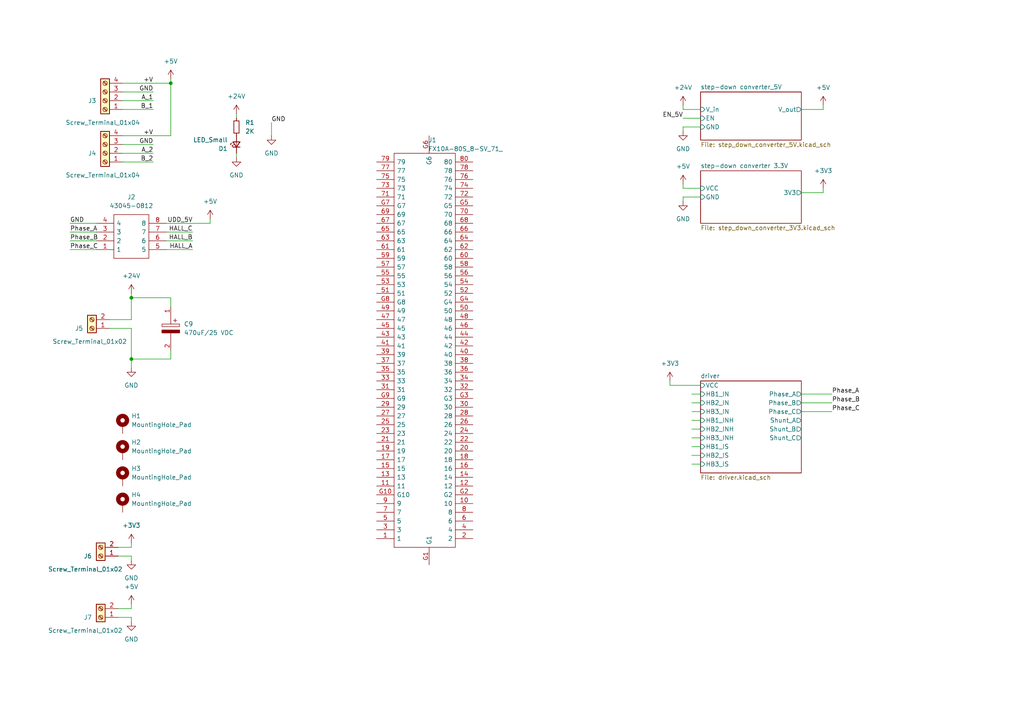
<source format=kicad_sch>
(kicad_sch (version 20211123) (generator eeschema)
  (paper "A4")
  (lib_symbols
    (symbol "Connector:Screw_Terminal_01x02" (pin_names (offset 1.016) hide)
      (property "Reference" "J" (at 0 2.54 0))
      (property "Value" "Screw_Terminal_01x02" (at 0 -5.08 0))
      (symbol "Screw_Terminal_01x02_1_1"
        (rectangle (start -1.27 1.27) (end 1.27 -3.81) (stroke (width 0.254)) (fill (type background)))
        (circle (center 0 -2.54) (radius 0.635) (stroke (width 0.1524)))
        (polyline (pts (xy -0.5334 -2.2098) (xy 0.3302 -3.048)) (stroke (width 0.1524)))
        (polyline (pts (xy -0.5334 0.3302) (xy 0.3302 -0.508)) (stroke (width 0.1524)))
        (polyline (pts (xy -0.3556 -2.032) (xy 0.508 -2.8702)) (stroke (width 0.1524)))
        (polyline (pts (xy -0.3556 0.508) (xy 0.508 -0.3302)) (stroke (width 0.1524)))
        (circle (center 0 0) (radius 0.635) (stroke (width 0.1524)))
        (pin passive line (at -5.08 0 0) (length 3.81) (name "Pin_1") (number "1"))
        (pin passive line (at -5.08 -2.54 0) (length 3.81) (name "Pin_2") (number "2"))
      )
    )
    (symbol "Connector:Screw_Terminal_01x04" (pin_names (offset 1.016) hide)
      (property "Reference" "J" (at 0 5.08 0))
      (property "Value" "Screw_Terminal_01x04" (at 0 -7.62 0))
      (symbol "Screw_Terminal_01x04_1_1"
        (rectangle (start -1.27 3.81) (end 1.27 -6.35) (stroke (width 0.254)) (fill (type background)))
        (circle (center 0 -5.08) (radius 0.635) (stroke (width 0.1524)))
        (circle (center 0 -2.54) (radius 0.635) (stroke (width 0.1524)))
        (polyline (pts (xy -0.5334 -4.7498) (xy 0.3302 -5.588)) (stroke (width 0.1524)))
        (polyline (pts (xy -0.5334 -2.2098) (xy 0.3302 -3.048)) (stroke (width 0.1524)))
        (polyline (pts (xy -0.5334 0.3302) (xy 0.3302 -0.508)) (stroke (width 0.1524)))
        (polyline (pts (xy -0.5334 2.8702) (xy 0.3302 2.032)) (stroke (width 0.1524)))
        (polyline (pts (xy -0.3556 -4.572) (xy 0.508 -5.4102)) (stroke (width 0.1524)))
        (polyline (pts (xy -0.3556 -2.032) (xy 0.508 -2.8702)) (stroke (width 0.1524)))
        (polyline (pts (xy -0.3556 0.508) (xy 0.508 -0.3302)) (stroke (width 0.1524)))
        (polyline (pts (xy -0.3556 3.048) (xy 0.508 2.2098)) (stroke (width 0.1524)))
        (circle (center 0 0) (radius 0.635) (stroke (width 0.1524)))
        (circle (center 0 2.54) (radius 0.635) (stroke (width 0.1524)))
        (pin passive line (at -5.08 2.54 0) (length 3.81) (name "Pin_1") (number "1"))
        (pin passive line (at -5.08 0 0) (length 3.81) (name "Pin_2") (number "2"))
        (pin passive line (at -5.08 -2.54 0) (length 3.81) (name "Pin_3") (number "3"))
        (pin passive line (at -5.08 -5.08 0) (length 3.81) (name "Pin_4") (number "4"))
      )
    )
    (symbol "CustomLib:43045-0812" (pin_names (offset 0.762))
      (property "Reference" "J" (at 16.51 7.62 0))
      (property "Value" "43045-0812" (at 16.51 5.08 0))
      (symbol "43045-0812_0_0"
        (pin passive line (at 0 -7.62 0) (length 5.08) (name "1") (number "1"))
        (pin passive line (at 0 -5.08 0) (length 5.08) (name "2") (number "2"))
        (pin passive line (at 0 -2.54 0) (length 5.08) (name "3") (number "3"))
        (pin passive line (at 0 0 0) (length 5.08) (name "4") (number "4"))
        (pin passive line (at 20.32 -7.62 180) (length 5.08) (name "5") (number "5"))
        (pin passive line (at 20.32 -5.08 180) (length 5.08) (name "6") (number "6"))
        (pin passive line (at 20.32 -2.54 180) (length 5.08) (name "7") (number "7"))
        (pin passive line (at 20.32 0 180) (length 5.08) (name "8") (number "8"))
      )
      (symbol "43045-0812_0_1"
        (polyline (pts (xy 5.08 2.54) (xy 15.24 2.54) (xy 15.24 -10.16) (xy 5.08 -10.16) (xy 5.08 2.54)) (stroke (width 0.1524)))
      )
    )
    (symbol "CustomLib:865080457015" (pin_names (offset 0.762))
      (property "Reference" "C" (at 8.89 6.35 0))
      (property "Value" "865080457015" (at 8.89 3.81 0))
      (symbol "865080457015_0_0"
        (pin passive line (at 0 0 0) (length 2.54) (name "~") (number "1"))
        (pin passive line (at 12.7 0 180) (length 2.54) (name "~") (number "2"))
      )
      (symbol "865080457015_0_1"
        (polyline (pts (xy 2.54 0) (xy 5.08 0)) (stroke (width 0.1524)))
        (polyline (pts (xy 4.064 1.778) (xy 4.064 0.762)) (stroke (width 0.1524)))
        (polyline (pts (xy 4.572 1.27) (xy 3.556 1.27)) (stroke (width 0.1524)))
        (polyline (pts (xy 7.62 0) (xy 10.16 0)) (stroke (width 0.1524)))
        (polyline (pts (xy 5.08 2.54) (xy 5.08 -2.54) (xy 5.842 -2.54) (xy 5.842 2.54) (xy 5.08 2.54)) (stroke (width 0.1524)))
        (polyline (pts (xy 7.62 2.54) (xy 7.62 -2.54) (xy 6.858 -2.54) (xy 6.858 2.54) (xy 7.62 2.54)) (stroke (width 0.254)) (fill (type outline)))
      )
    )
    (symbol "CustomLib:FX10A-80S_8-SV_71_" (pin_names (offset 0.762))
      (property "Reference" "J" (at 120.65 15.24 0))
      (property "Value" "FX10A-80S_8-SV_71_" (at 120.65 12.7 0))
      (symbol "FX10A-80S_8-SV_71__0_0"
        (pin passive line (at 7.62 15.24 270) (length 5.08) (name "1") (number "1"))
        (pin passive line (at 17.78 -12.7 90) (length 5.08) (name "10") (number "10"))
        (pin passive line (at 22.86 15.24 270) (length 5.08) (name "11") (number "11"))
        (pin passive line (at 22.86 -12.7 90) (length 5.08) (name "12") (number "12"))
        (pin passive line (at 25.4 15.24 270) (length 5.08) (name "13") (number "13"))
        (pin passive line (at 25.4 -12.7 90) (length 5.08) (name "14") (number "14"))
        (pin passive line (at 27.94 15.24 270) (length 5.08) (name "15") (number "15"))
        (pin passive line (at 27.94 -12.7 90) (length 5.08) (name "16") (number "16"))
        (pin passive line (at 30.48 15.24 270) (length 5.08) (name "17") (number "17"))
        (pin passive line (at 30.48 -12.7 90) (length 5.08) (name "18") (number "18"))
        (pin passive line (at 33.02 15.24 270) (length 5.08) (name "19") (number "19"))
        (pin passive line (at 7.62 -12.7 90) (length 5.08) (name "2") (number "2"))
        (pin passive line (at 33.02 -12.7 90) (length 5.08) (name "20") (number "20"))
        (pin passive line (at 35.56 15.24 270) (length 5.08) (name "21") (number "21"))
        (pin passive line (at 35.56 -12.7 90) (length 5.08) (name "22") (number "22"))
        (pin passive line (at 38.1 15.24 270) (length 5.08) (name "23") (number "23"))
        (pin passive line (at 38.1 -12.7 90) (length 5.08) (name "24") (number "24"))
        (pin passive line (at 40.64 15.24 270) (length 5.08) (name "25") (number "25"))
        (pin passive line (at 40.64 -12.7 90) (length 5.08) (name "26") (number "26"))
        (pin passive line (at 43.18 15.24 270) (length 5.08) (name "27") (number "27"))
        (pin passive line (at 43.18 -12.7 90) (length 5.08) (name "28") (number "28"))
        (pin passive line (at 45.72 15.24 270) (length 5.08) (name "29") (number "29"))
        (pin passive line (at 10.16 15.24 270) (length 5.08) (name "3") (number "3"))
        (pin passive line (at 45.72 -12.7 90) (length 5.08) (name "30") (number "30"))
        (pin passive line (at 50.8 15.24 270) (length 5.08) (name "31") (number "31"))
        (pin passive line (at 50.8 -12.7 90) (length 5.08) (name "32") (number "32"))
        (pin passive line (at 53.34 15.24 270) (length 5.08) (name "33") (number "33"))
        (pin passive line (at 53.34 -12.7 90) (length 5.08) (name "34") (number "34"))
        (pin passive line (at 55.88 15.24 270) (length 5.08) (name "35") (number "35"))
        (pin passive line (at 55.88 -12.7 90) (length 5.08) (name "36") (number "36"))
        (pin passive line (at 58.42 15.24 270) (length 5.08) (name "37") (number "37"))
        (pin passive line (at 58.42 -12.7 90) (length 5.08) (name "38") (number "38"))
        (pin passive line (at 60.96 15.24 270) (length 5.08) (name "39") (number "39"))
        (pin passive line (at 10.16 -12.7 90) (length 5.08) (name "4") (number "4"))
        (pin passive line (at 60.96 -12.7 90) (length 5.08) (name "40") (number "40"))
        (pin passive line (at 63.5 15.24 270) (length 5.08) (name "41") (number "41"))
        (pin passive line (at 63.5 -12.7 90) (length 5.08) (name "42") (number "42"))
        (pin passive line (at 66.04 15.24 270) (length 5.08) (name "43") (number "43"))
        (pin passive line (at 66.04 -12.7 90) (length 5.08) (name "44") (number "44"))
        (pin passive line (at 68.58 15.24 270) (length 5.08) (name "45") (number "45"))
        (pin passive line (at 68.58 -12.7 90) (length 5.08) (name "46") (number "46"))
        (pin passive line (at 71.12 15.24 270) (length 5.08) (name "47") (number "47"))
        (pin passive line (at 71.12 -12.7 90) (length 5.08) (name "48") (number "48"))
        (pin passive line (at 73.66 15.24 270) (length 5.08) (name "49") (number "49"))
        (pin passive line (at 12.7 15.24 270) (length 5.08) (name "5") (number "5"))
        (pin passive line (at 73.66 -12.7 90) (length 5.08) (name "50") (number "50"))
        (pin passive line (at 78.74 15.24 270) (length 5.08) (name "51") (number "51"))
        (pin passive line (at 78.74 -12.7 90) (length 5.08) (name "52") (number "52"))
        (pin passive line (at 81.28 15.24 270) (length 5.08) (name "53") (number "53"))
        (pin passive line (at 81.28 -12.7 90) (length 5.08) (name "54") (number "54"))
        (pin passive line (at 83.82 15.24 270) (length 5.08) (name "55") (number "55"))
        (pin passive line (at 83.82 -12.7 90) (length 5.08) (name "56") (number "56"))
        (pin passive line (at 86.36 15.24 270) (length 5.08) (name "57") (number "57"))
        (pin passive line (at 86.36 -12.7 90) (length 5.08) (name "58") (number "58"))
        (pin passive line (at 88.9 15.24 270) (length 5.08) (name "59") (number "59"))
        (pin passive line (at 12.7 -12.7 90) (length 5.08) (name "6") (number "6"))
        (pin passive line (at 88.9 -12.7 90) (length 5.08) (name "60") (number "60"))
        (pin passive line (at 91.44 15.24 270) (length 5.08) (name "61") (number "61"))
        (pin passive line (at 91.44 -12.7 90) (length 5.08) (name "62") (number "62"))
        (pin passive line (at 93.98 15.24 270) (length 5.08) (name "63") (number "63"))
        (pin passive line (at 93.98 -12.7 90) (length 5.08) (name "64") (number "64"))
        (pin passive line (at 96.52 15.24 270) (length 5.08) (name "65") (number "65"))
        (pin passive line (at 96.52 -12.7 90) (length 5.08) (name "66") (number "66"))
        (pin passive line (at 99.06 15.24 270) (length 5.08) (name "67") (number "67"))
        (pin passive line (at 99.06 -12.7 90) (length 5.08) (name "68") (number "68"))
        (pin passive line (at 101.6 15.24 270) (length 5.08) (name "69") (number "69"))
        (pin passive line (at 15.24 15.24 270) (length 5.08) (name "7") (number "7"))
        (pin passive line (at 101.6 -12.7 90) (length 5.08) (name "70") (number "70"))
        (pin passive line (at 106.68 15.24 270) (length 5.08) (name "71") (number "71"))
        (pin passive line (at 106.68 -12.7 90) (length 5.08) (name "72") (number "72"))
        (pin passive line (at 109.22 15.24 270) (length 5.08) (name "73") (number "73"))
        (pin passive line (at 109.22 -12.7 90) (length 5.08) (name "74") (number "74"))
        (pin passive line (at 111.76 15.24 270) (length 5.08) (name "75") (number "75"))
        (pin passive line (at 111.76 -12.7 90) (length 5.08) (name "76") (number "76"))
        (pin passive line (at 114.3 15.24 270) (length 5.08) (name "77") (number "77"))
        (pin passive line (at 114.3 -12.7 90) (length 5.08) (name "78") (number "78"))
        (pin passive line (at 116.84 15.24 270) (length 5.08) (name "79") (number "79"))
        (pin passive line (at 15.24 -12.7 90) (length 5.08) (name "8") (number "8"))
        (pin passive line (at 116.84 -12.7 90) (length 5.08) (name "80") (number "80"))
        (pin passive line (at 17.78 15.24 270) (length 5.08) (name "9") (number "9"))
        (pin passive line (at 0 0 0) (length 5.08) (name "G1") (number "G1"))
        (pin passive line (at 20.32 15.24 270) (length 5.08) (name "G10") (number "G10"))
        (pin passive line (at 20.32 -12.7 90) (length 5.08) (name "G2") (number "G2"))
        (pin passive line (at 48.26 -12.7 90) (length 5.08) (name "G3") (number "G3"))
        (pin passive line (at 76.2 -12.7 90) (length 5.08) (name "G4") (number "G4"))
        (pin passive line (at 104.14 -12.7 90) (length 5.08) (name "G5") (number "G5"))
        (pin passive line (at 124.46 0 180) (length 5.08) (name "G6") (number "G6"))
        (pin passive line (at 104.14 15.24 270) (length 5.08) (name "G7") (number "G7"))
        (pin passive line (at 76.2 15.24 270) (length 5.08) (name "G8") (number "G8"))
        (pin passive line (at 48.26 15.24 270) (length 5.08) (name "G9") (number "G9"))
      )
      (symbol "FX10A-80S_8-SV_71__0_1"
        (polyline (pts (xy 5.08 10.16) (xy 119.38 10.16) (xy 119.38 -7.62) (xy 5.08 -7.62) (xy 5.08 10.16)) (stroke (width 0.1524)))
      )
    )
    (symbol "Device:LED_Small" (pin_numbers hide) (pin_names (offset 0.254) hide)
      (property "Reference" "D" (at -1.27 3.175 0))
      (property "Value" "LED_Small" (at -4.445 -2.54 0))
      (symbol "LED_Small_0_1"
        (polyline (pts (xy -0.762 -1.016) (xy -0.762 1.016)) (stroke (width 0.254)))
        (polyline (pts (xy 1.016 0) (xy -0.762 0)))
        (polyline (pts (xy 0.762 -1.016) (xy -0.762 0) (xy 0.762 1.016) (xy 0.762 -1.016)) (stroke (width 0.254)))
        (polyline (pts (xy 0 0.762) (xy -0.508 1.27) (xy -0.254 1.27) (xy -0.508 1.27) (xy -0.508 1.016)))
        (polyline (pts (xy 0.508 1.27) (xy 0 1.778) (xy 0.254 1.778) (xy 0 1.778) (xy 0 1.524)))
      )
      (symbol "LED_Small_1_1"
        (pin passive line (at -2.54 0 0) (length 1.778) (name "K") (number "1"))
        (pin passive line (at 2.54 0 180) (length 1.778) (name "A") (number "2"))
      )
    )
    (symbol "Device:R_Small" (pin_numbers hide) (pin_names (offset 0.254) hide)
      (property "Reference" "R" (at 0.762 0.508 0))
      (property "Value" "R_Small" (at 0.762 -1.016 0))
      (symbol "R_Small_0_1"
        (rectangle (start -0.762 1.778) (end 0.762 -1.778) (stroke (width 0.2032)))
      )
      (symbol "R_Small_1_1"
        (pin passive line (at 0 2.54 270) (length 0.762) (name "~") (number "1"))
        (pin passive line (at 0 -2.54 90) (length 0.762) (name "~") (number "2"))
      )
    )
    (symbol "Mechanical:MountingHole_Pad" (pin_numbers hide) (pin_names (offset 1.016) hide)
      (property "Reference" "H" (at 0 6.35 0))
      (property "Value" "MountingHole_Pad" (at 0 4.445 0))
      (symbol "MountingHole_Pad_0_1"
        (circle (center 0 1.27) (radius 1.27) (stroke (width 1.27)))
      )
      (symbol "MountingHole_Pad_1_1"
        (pin input line (at 0 -2.54 90) (length 2.54) (name "1") (number "1"))
      )
    )
    (symbol "power:+24V" (power) (pin_names (offset 0))
      (property "Value" "+24V" (at 0 3.556 0))
      (symbol "+24V_0_1"
        (polyline (pts (xy -0.762 1.27) (xy 0 2.54)))
        (polyline (pts (xy 0 0) (xy 0 2.54)))
        (polyline (pts (xy 0 2.54) (xy 0.762 1.27)))
      )
      (symbol "+24V_1_1"
        (pin power_in line (at 0 0 90) (length 0) hide (name "+24V") (number "1"))
      )
    )
    (symbol "power:+3V3" (power) (pin_names (offset 0))
      (property "Value" "+3V3" (at 0 3.556 0))
      (symbol "+3V3_0_1"
        (polyline (pts (xy -0.762 1.27) (xy 0 2.54)))
        (polyline (pts (xy 0 0) (xy 0 2.54)))
        (polyline (pts (xy 0 2.54) (xy 0.762 1.27)))
      )
      (symbol "+3V3_1_1"
        (pin power_in line (at 0 0 90) (length 0) hide (name "+3V3") (number "1"))
      )
    )
    (symbol "power:+5V" (power) (pin_names (offset 0))
      (property "Value" "+5V" (at 0 3.556 0))
      (symbol "+5V_0_1"
        (polyline (pts (xy -0.762 1.27) (xy 0 2.54)))
        (polyline (pts (xy 0 0) (xy 0 2.54)))
        (polyline (pts (xy 0 2.54) (xy 0.762 1.27)))
      )
      (symbol "+5V_1_1"
        (pin power_in line (at 0 0 90) (length 0) hide (name "+5V") (number "1"))
      )
    )
    (symbol "power:GND" (power) (pin_names (offset 0))
      (property "Value" "GND" (at 0 -3.81 0))
      (symbol "GND_0_1"
        (polyline (pts (xy 0 0) (xy 0 -1.27) (xy 1.27 -1.27) (xy 0 -2.54) (xy -1.27 -1.27) (xy 0 -1.27)))
      )
      (symbol "GND_1_1"
        (pin power_in line (at 0 0 270) (length 0) hide (name "GND") (number "1"))
      )
    )
  )
  (junction (at 38.1 104.14))
  (junction (at 49.53 24.13))
  (junction (at 38.1 86.36))
  (wire (pts (xy 48.26 72.39) (xy 55.88 72.39)))
  (wire (pts (xy 34.29 179.07) (xy 38.1 179.07)))
  (wire (pts (xy 48.26 64.77) (xy 60.96 64.77)))
  (wire (pts (xy 20.32 67.31) (xy 27.94 67.31)))
  (wire (pts (xy 198.12 36.83) (xy 203.2 36.83)))
  (wire (pts (xy 200.66 119.38) (xy 203.2 119.38)))
  (wire (pts (xy 38.1 86.36) (xy 49.53 86.36)))
  (wire (pts (xy 200.66 132.08) (xy 203.2 132.08)))
  (wire (pts (xy 238.76 54.61) (xy 238.76 55.88)))
  (wire (pts (xy 194.31 110.49) (xy 194.31 111.76)))
  (wire (pts (xy 35.56 46.99) (xy 44.45 46.99)))
  (wire (pts (xy 38.1 161.29) (xy 38.1 162.56)))
  (wire (pts (xy 232.41 119.38) (xy 241.3 119.38)))
  (wire (pts (xy 35.56 31.75) (xy 44.45 31.75)))
  (wire (pts (xy 198.12 38.1) (xy 198.12 36.83)))
  (wire (pts (xy 38.1 86.36) (xy 38.1 92.71)))
  (wire (pts (xy 35.56 39.37) (xy 49.53 39.37)))
  (wire (pts (xy 38.1 85.09) (xy 38.1 86.36)))
  (wire (pts (xy 203.2 54.61) (xy 198.12 54.61)))
  (wire (pts (xy 200.66 129.54) (xy 203.2 129.54)))
  (wire (pts (xy 198.12 57.15) (xy 198.12 58.42)))
  (wire (pts (xy 35.56 26.67) (xy 44.45 26.67)))
  (wire (pts (xy 38.1 104.14) (xy 38.1 106.68)))
  (wire (pts (xy 232.41 114.3) (xy 241.3 114.3)))
  (wire (pts (xy 38.1 104.14) (xy 49.53 104.14)))
  (wire (pts (xy 68.58 33.02) (xy 68.58 34.29)))
  (wire (pts (xy 200.66 124.46) (xy 203.2 124.46)))
  (wire (pts (xy 20.32 64.77) (xy 27.94 64.77)))
  (wire (pts (xy 198.12 53.34) (xy 198.12 54.61)))
  (wire (pts (xy 200.66 121.92) (xy 203.2 121.92)))
  (wire (pts (xy 232.41 55.88) (xy 238.76 55.88)))
  (wire (pts (xy 38.1 158.75) (xy 38.1 157.48)))
  (wire (pts (xy 78.74 35.56) (xy 78.74 39.37)))
  (wire (pts (xy 48.26 69.85) (xy 55.88 69.85)))
  (wire (pts (xy 35.56 44.45) (xy 44.45 44.45)))
  (wire (pts (xy 35.56 24.13) (xy 49.53 24.13)))
  (wire (pts (xy 34.29 161.29) (xy 38.1 161.29)))
  (wire (pts (xy 198.12 31.75) (xy 203.2 31.75)))
  (wire (pts (xy 49.53 22.86) (xy 49.53 24.13)))
  (wire (pts (xy 200.66 116.84) (xy 203.2 116.84)))
  (wire (pts (xy 200.66 134.62) (xy 203.2 134.62)))
  (wire (pts (xy 49.53 88.9) (xy 49.53 86.36)))
  (wire (pts (xy 38.1 179.07) (xy 38.1 180.34)))
  (wire (pts (xy 49.53 39.37) (xy 49.53 24.13)))
  (wire (pts (xy 31.75 95.25) (xy 38.1 95.25)))
  (wire (pts (xy 60.96 64.77) (xy 60.96 63.5)))
  (wire (pts (xy 198.12 34.29) (xy 203.2 34.29)))
  (wire (pts (xy 200.66 127) (xy 203.2 127)))
  (wire (pts (xy 35.56 29.21) (xy 44.45 29.21)))
  (wire (pts (xy 232.41 31.75) (xy 238.76 31.75)))
  (wire (pts (xy 38.1 95.25) (xy 38.1 104.14)))
  (wire (pts (xy 203.2 57.15) (xy 198.12 57.15)))
  (wire (pts (xy 34.29 158.75) (xy 38.1 158.75)))
  (wire (pts (xy 38.1 176.53) (xy 38.1 175.26)))
  (wire (pts (xy 68.58 44.45) (xy 68.58 45.72)))
  (wire (pts (xy 48.26 67.31) (xy 55.88 67.31)))
  (wire (pts (xy 232.41 116.84) (xy 241.3 116.84)))
  (wire (pts (xy 35.56 41.91) (xy 44.45 41.91)))
  (wire (pts (xy 200.66 114.3) (xy 203.2 114.3)))
  (wire (pts (xy 238.76 30.48) (xy 238.76 31.75)))
  (wire (pts (xy 20.32 72.39) (xy 27.94 72.39)))
  (wire (pts (xy 203.2 111.76) (xy 194.31 111.76)))
  (wire (pts (xy 20.32 69.85) (xy 27.94 69.85)))
  (wire (pts (xy 198.12 30.48) (xy 198.12 31.75)))
  (wire (pts (xy 31.75 92.71) (xy 38.1 92.71)))
  (wire (pts (xy 49.53 101.6) (xy 49.53 104.14)))
  (wire (pts (xy 34.29 176.53) (xy 38.1 176.53)))
  (label "B_1" (at 44.45 31.75 180))
  (label "+V" (at 44.45 24.13 180))
  (label "Phase_A" (at 241.3 114.3 0))
  (label "Phase_B" (at 241.3 116.84 0))
  (label "EN_5V" (at 198.12 34.29 180))
  (label "GND" (at 20.32 64.77 0))
  (label "UDD_5V" (at 55.88 64.77 180))
  (label "Phase_C" (at 241.3 119.38 0))
  (label "GND" (at 78.74 35.56 0))
  (label "GND" (at 44.45 41.91 180))
  (label "HALL_C" (at 55.88 67.31 180))
  (label "Phase_A" (at 20.32 67.31 0))
  (label "Phase_C" (at 20.32 72.39 0))
  (label "+V" (at 44.45 39.37 180))
  (label "GND" (at 44.45 26.67 180))
  (label "Phase_B" (at 20.32 69.85 0))
  (label "HALL_B" (at 55.88 69.85 180))
  (label "HALL_A" (at 55.88 72.39 180))
  (label "A_1" (at 44.45 29.21 180))
  (label "B_2" (at 44.45 46.99 180))
  (label "A_2" (at 44.45 44.45 180))
  (symbol (lib_id "CustomLib:FX10A-80S_8-SV_71_") (at 124.46 163.83 90) (unit 1)
    (property "Reference" "J1" (at 124.2313 40.64 90) (effects (justify right)))
    (property "Value" "FX10A-80S_8-SV_71_" (at 124.2313 43.18 90) (effects (justify right)))
    (property "Footprint" "max_KiCAD_lib:FX10A80S8SV71" (effects hide))
    (property "Datasheet" "https://www.hirose.com/en/product/document?clcode=CL0570-0201-4-71&productname=FX10A-80S%2f8-SV(71)&series=FX10&documenttype=2DDrawing&lang=en&documentid=0000910337" (effects hide))
    (property "Description" "Board to Board & Mezzanine Connectors REC 80POS W/POST SMT" (effects hide))
    (property "Height" "3.5" (effects hide))
    (property "Mouser Part Number" "798-FX10A80S8SV71" (effects hide))
    (property "Mouser Price/Stock" "https://www.mouser.co.uk/ProductDetail/Hirose-Connector/FX10A-80S-8-SV71?qs=zOgoZG1CgI8bHWrqT7jf3Q%3D%3D" (effects hide))
    (property "Manufacturer_Name" "Hirose" (effects hide))
    (property "Manufacturer_Part_Number" "FX10A-80S/8-SV(71)" (effects hide))
  )
  (symbol (lib_id "power:+5V") (at 60.96 63.5 0) (unit 1)
    (property "Reference" "#PWR0131" (effects hide))
    (property "Value" "+5V" (at 60.96 58.42 0))
  )
  (symbol (lib_id "power:+3V3") (at 38.1 157.48 0) (unit 1)
    (property "Reference" "#PWR0136" (effects hide))
    (property "Value" "+3V3" (at 38.1 152.4 0))
  )
  (symbol (lib_id "power:GND") (at 198.12 58.42 0) (unit 1)
    (property "Reference" "#PWR0120" (effects hide))
    (property "Value" "GND" (at 198.12 63.5 0))
  )
  (symbol (lib_id "power:GND") (at 38.1 162.56 0) (unit 1)
    (property "Reference" "#PWR0137" (effects hide))
    (property "Value" "GND" (at 38.1 167.64 0))
  )
  (symbol (lib_id "power:GND") (at 68.58 45.72 0) (unit 1)
    (property "Reference" "#PWR0104" (effects hide))
    (property "Value" "GND" (at 68.58 50.8 0))
  )
  (symbol (lib_id "power:+3V3") (at 194.31 110.49 0) (unit 1)
    (property "Reference" "#PWR0122" (effects hide))
    (property "Value" "+3V3" (at 194.31 105.41 0))
  )
  (symbol (lib_id "power:+5V") (at 198.12 53.34 0) (unit 1)
    (property "Reference" "#PWR0107" (effects hide))
    (property "Value" "+5V" (at 198.12 48.26 0))
  )
  (symbol (lib_id "power:+24V") (at 38.1 85.09 0) (unit 1)
    (property "Reference" "#PWR0102" (effects hide))
    (property "Value" "+24V" (at 38.1 80.01 0))
  )
  (symbol (lib_id "power:GND") (at 78.74 39.37 0) (unit 1)
    (property "Reference" "#PWR0129" (effects hide))
    (property "Value" "GND" (at 78.74 44.45 0))
  )
  (symbol (lib_id "Device:R_Small") (at 68.58 36.83 0) (unit 1)
    (property "Reference" "R1" (at 71.12 35.5599 0) (effects (justify left)))
    (property "Value" "2K" (at 71.12 38.0999 0) (effects (justify left)))
    (property "Footprint" "Resistor_SMD:R_1206_3216Metric" (effects hide))
  )
  (symbol (lib_id "power:+3V3") (at 238.76 54.61 0) (unit 1)
    (property "Reference" "#PWR0135" (effects hide))
    (property "Value" "+3V3" (at 238.76 49.53 0))
  )
  (symbol (lib_id "Connector:Screw_Terminal_01x04") (at 30.48 44.45 180) (unit 1)
    (property "Reference" "J4" (at 27.94 44.4501 0) (effects (justify left)))
    (property "Value" "Screw_Terminal_01x04" (at 40.64 50.8 0) (effects (justify left)))
    (property "Footprint" "TerminalBlock_Phoenix:TerminalBlock_Phoenix_PT-1,5-4-3.5-H_1x04_P3.50mm_Horizontal" (effects hide))
  )
  (symbol (lib_id "Connector:Screw_Terminal_01x02") (at 29.21 179.07 180) (unit 1)
    (property "Reference" "J7" (at 26.67 179.0701 0) (effects (justify left)))
    (property "Value" "Screw_Terminal_01x02" (at 35.56 182.88 0) (effects (justify left)))
    (property "Footprint" "TerminalBlock_Phoenix:TerminalBlock_Phoenix_PT-1,5-2-5.0-H_1x02_P5.00mm_Horizontal" (effects hide))
  )
  (symbol (lib_id "Mechanical:MountingHole_Pad") (at 35.56 130.81 0) (unit 1)
    (property "Reference" "H2" (at 38.1 128.2699 0) (effects (justify left)))
    (property "Value" "MountingHole_Pad" (at 38.1 130.8099 0) (effects (justify left)))
    (property "Footprint" "MountingHole:MountingHole_5.3mm_M5_Pad_Via" (effects hide))
  )
  (symbol (lib_id "Connector:Screw_Terminal_01x04") (at 30.48 29.21 180) (unit 1)
    (property "Reference" "J3" (at 27.94 29.2101 0) (effects (justify left)))
    (property "Value" "Screw_Terminal_01x04" (at 40.64 35.56 0) (effects (justify left)))
    (property "Footprint" "TerminalBlock_Phoenix:TerminalBlock_Phoenix_PT-1,5-4-3.5-H_1x04_P3.50mm_Horizontal" (effects hide))
  )
  (symbol (lib_id "power:+5V") (at 49.53 22.86 0) (unit 1)
    (property "Reference" "#PWR0130" (effects hide))
    (property "Value" "+5V" (at 49.53 17.78 0))
  )
  (symbol (lib_id "power:+24V") (at 198.12 30.48 0) (unit 1)
    (property "Reference" "#PWR0133" (effects hide))
    (property "Value" "+24V" (at 198.12 25.4 0))
  )
  (symbol (lib_id "Connector:Screw_Terminal_01x02") (at 26.67 95.25 180) (unit 1)
    (property "Reference" "J5" (at 24.13 95.2501 0) (effects (justify left)))
    (property "Value" "Screw_Terminal_01x02" (at 36.83 99.06 0) (effects (justify left)))
    (property "Footprint" "TerminalBlock_Phoenix:TerminalBlock_Phoenix_PT-1,5-2-5.0-H_1x02_P5.00mm_Horizontal" (effects hide))
  )
  (symbol (lib_id "Mechanical:MountingHole_Pad") (at 35.56 138.43 0) (unit 1)
    (property "Reference" "H3" (at 38.1 135.8899 0) (effects (justify left)))
    (property "Value" "MountingHole_Pad" (at 38.1 138.4299 0) (effects (justify left)))
    (property "Footprint" "MountingHole:MountingHole_5.3mm_M5_Pad_Via" (effects hide))
  )
  (symbol (lib_id "power:+24V") (at 68.58 33.02 0) (unit 1)
    (property "Reference" "#PWR0103" (effects hide))
    (property "Value" "+24V" (at 68.58 27.94 0))
  )
  (symbol (lib_id "Mechanical:MountingHole_Pad") (at 35.56 146.05 0) (unit 1)
    (property "Reference" "H4" (at 38.1 143.5099 0) (effects (justify left)))
    (property "Value" "MountingHole_Pad" (at 38.1 146.0499 0) (effects (justify left)))
    (property "Footprint" "MountingHole:MountingHole_5.3mm_M5_Pad_Via" (effects hide))
  )
  (symbol (lib_id "CustomLib:43045-0812") (at 27.94 64.77 0) (unit 1)
    (property "Reference" "J2" (at 38.1 57.15 0))
    (property "Value" "43045-0812" (at 38.1 59.69 0))
    (property "Footprint" "max_KiCAD_lib:43045-08YY_121314" (effects hide))
    (property "Datasheet" "https://www.molex.com/pdm_docs/sd/430450612_sd.pdf" (effects hide))
    (property "Description" "Micro-Fit 3.0 Vertical Header, 3.00mm Pitch, Dual Row, 8 Circuits, with PCB Polarizing Peg, Glow-Wire Capable" (effects hide))
    (property "Height" "9.91" (effects hide))
    (property "Mouser Part Number" "538-43045-0812" (effects hide))
    (property "Mouser Price/Stock" "https://www.mouser.co.uk/ProductDetail/Molex/43045-0812?qs=qjii0NTOo%252B4%252BsykjI9icjA%3D%3D" (effects hide))
    (property "Manufacturer_Name" "Molex" (effects hide))
    (property "Manufacturer_Part_Number" "43045-0812" (effects hide))
  )
  (symbol (lib_id "Mechanical:MountingHole_Pad") (at 35.56 123.19 0) (unit 1)
    (property "Reference" "H1" (at 38.1 120.6499 0) (effects (justify left)))
    (property "Value" "MountingHole_Pad" (at 38.1 123.1899 0) (effects (justify left)))
    (property "Footprint" "MountingHole:MountingHole_5.3mm_M5_Pad_Via" (effects hide))
  )
  (symbol (lib_id "Device:LED_Small") (at 68.58 41.91 90) (unit 1)
    (property "Reference" "D1" (at 66.04 43.1166 90) (effects (justify left)))
    (property "Value" "LED_Small" (at 66.04 40.5766 90) (effects (justify left)))
    (property "Footprint" "LED_SMD:LED_1206_3216Metric" (effects hide))
  )
  (symbol (lib_id "power:GND") (at 38.1 180.34 0) (unit 1)
    (property "Reference" "#PWR0138" (effects hide))
    (property "Value" "GND" (at 38.1 185.42 0))
  )
  (symbol (lib_id "power:+5V") (at 38.1 175.26 0) (unit 1)
    (property "Reference" "#PWR0139" (effects hide))
    (property "Value" "+5V" (at 38.1 170.18 0))
  )
  (symbol (lib_id "power:GND") (at 198.12 38.1 0) (unit 1)
    (property "Reference" "#PWR0134" (effects hide))
    (property "Value" "GND" (at 198.12 43.18 0))
  )
  (symbol (lib_id "power:+5V") (at 238.76 30.48 0) (unit 1)
    (property "Reference" "#PWR0132" (effects hide))
    (property "Value" "+5V" (at 238.76 25.4 0))
  )
  (symbol (lib_id "CustomLib:865080457015") (at 49.53 88.9 270) (unit 1)
    (property "Reference" "C9" (at 53.34 93.9799 90) (effects (justify left)))
    (property "Value" "470uF/25 VDC" (at 53.34 96.5199 90) (effects (justify left)))
    (property "Footprint" "max_KiCAD_lib:CAPAE1030X1050N" (effects hide))
    (property "Datasheet" "https://www.we-online.com/catalog/datasheet/865080457015_valid_from_2022-04-21.pdf" (effects hide))
    (property "Description" "Wurth Elektronik 470uF 25 V dc Aluminium Electrolytic Capacitor, WCAP-ASLI Series 2000h 10 (Dia.) x 10.35mm" (effects hide))
    (property "Height" "10.5" (effects hide))
    (property "Mouser Part Number" "710-865080457015" (effects hide))
    (property "Mouser Price/Stock" "https://www.mouser.co.uk/ProductDetail/Wurth-Elektronik/865080457015?qs=0KOYDY2FL2%252BEKTJa1jxjAQ%3D%3D" (effects hide))
    (property "Manufacturer_Name" "Wurth Elektronik" (effects hide))
    (property "Manufacturer_Part_Number" "865080457015" (effects hide))
  )
  (symbol (lib_id "Connector:Screw_Terminal_01x02") (at 29.21 161.29 180) (unit 1)
    (property "Reference" "J6" (at 26.67 161.2901 0) (effects (justify left)))
    (property "Value" "Screw_Terminal_01x02" (at 35.56 165.1 0) (effects (justify left)))
    (property "Footprint" "TerminalBlock_Phoenix:TerminalBlock_Phoenix_PT-1,5-2-5.0-H_1x02_P5.00mm_Horizontal" (effects hide))
  )
  (symbol (lib_id "power:GND") (at 38.1 106.68 0) (unit 1)
    (property "Reference" "#PWR0101" (effects hide))
    (property "Value" "GND" (at 38.1 111.76 0))
  )
  (sheet (at 203.2 110.49) (size 29.21 26.67) (stroke (width 0.1524))
    (property "Sheet name" "driver" (at 203.2 109.7784 0) (effects (justify left bottom)))
    (property "Sheet file" "driver.kicad_sch" (at 203.2 137.7446 0) (effects (justify left top)))
    (pin "HB2_IN" input (at 203.2 116.84 180))
    (pin "HB3_IN" input (at 203.2 119.38 180))
    (pin "HB1_INH" input (at 203.2 121.92 180))
    (pin "HB2_INH" input (at 203.2 124.46 180))
    (pin "HB3_INH" input (at 203.2 127 180))
    (pin "HB1_IS" input (at 203.2 129.54 180))
    (pin "HB2_IS" input (at 203.2 132.08 180))
    (pin "HB3_IS" input (at 203.2 134.62 180))
    (pin "HB1_IN" input (at 203.2 114.3 180))
    (pin "VCC" input (at 203.2 111.76 180))
    (pin "Phase_A" output (at 232.41 114.3 0))
    (pin "Phase_B" output (at 232.41 116.84 0))
    (pin "Phase_C" output (at 232.41 119.38 0))
    (pin "Shunt_C" output (at 232.41 127 0))
    (pin "Shunt_B" output (at 232.41 124.46 0))
    (pin "Shunt_A" output (at 232.41 121.92 0))
  )
  (sheet (at 203.2 49.53) (size 29.21 15.24) (stroke (width 0.1524))
    (property "Sheet name" "step-down converter 3.3V" (at 203.2 48.8184 0) (effects (justify left bottom)))
    (property "Sheet file" "step_down_converter_3V3.kicad_sch" (at 203.2 65.3546 0) (effects (justify left top)))
    (pin "VCC" input (at 203.2 54.61 180))
    (pin "GND" input (at 203.2 57.15 180))
    (pin "3V3" output (at 232.41 55.88 0))
  )
  (sheet (at 203.2 26.67) (size 29.21 13.97) (stroke (width 0.1524))
    (property "Sheet name" "step-down converter_5V" (at 203.2 25.9584 0) (effects (justify left bottom)))
    (property "Sheet file" "step_down_converter_5V.kicad_sch" (at 203.2 41.2246 0) (effects (justify left top)))
    (pin "EN" input (at 203.2 34.29 180))
    (pin "V_in" input (at 203.2 31.75 180))
    (pin "GND" input (at 203.2 36.83 180))
    (pin "V_out" output (at 232.41 31.75 0))
  )
)
</source>
